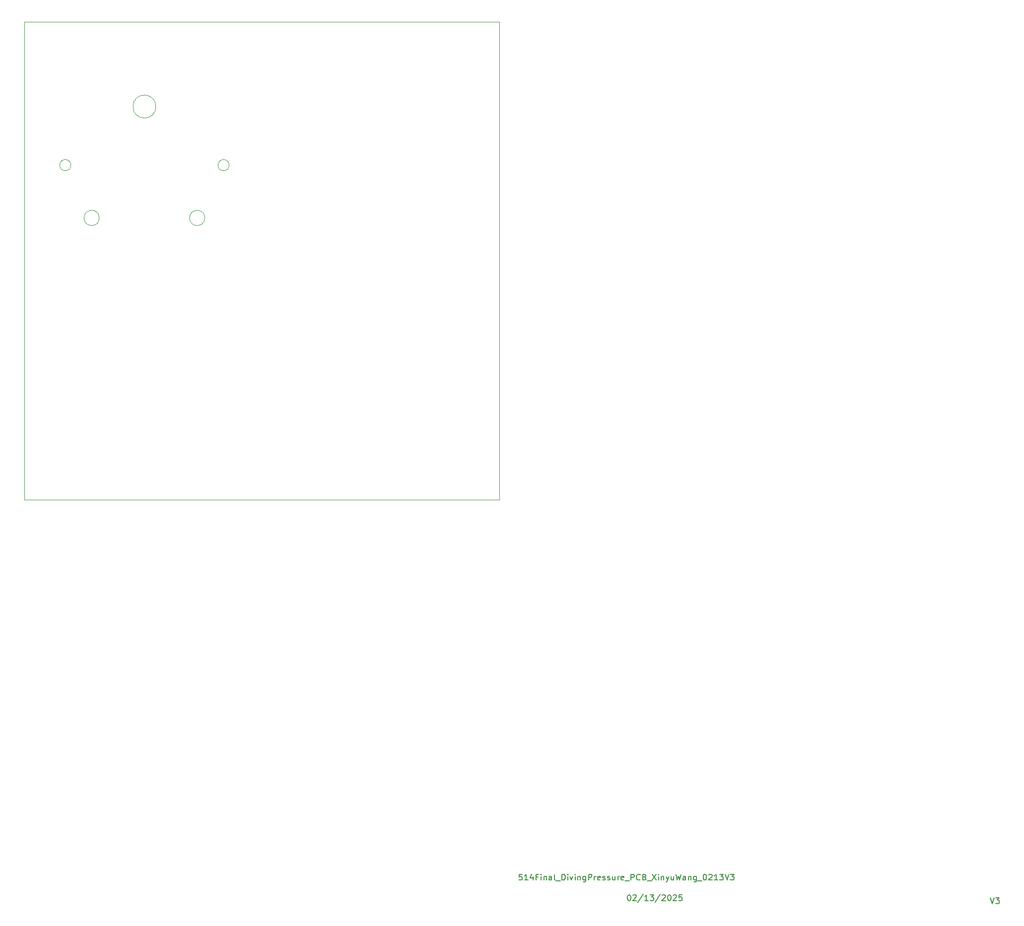
<source format=gbr>
%TF.GenerationSoftware,KiCad,Pcbnew,8.0.7*%
%TF.CreationDate,2025-02-27T15:03:55-08:00*%
%TF.ProjectId,514finalpcbdesign,35313466-696e-4616-9c70-636264657369,rev?*%
%TF.SameCoordinates,Original*%
%TF.FileFunction,Profile,NP*%
%FSLAX46Y46*%
G04 Gerber Fmt 4.6, Leading zero omitted, Abs format (unit mm)*
G04 Created by KiCad (PCBNEW 8.0.7) date 2025-02-27 15:03:55*
%MOMM*%
%LPD*%
G01*
G04 APERTURE LIST*
%TA.AperFunction,Profile*%
%ADD10C,0.050000*%
%TD*%
%ADD11C,0.150000*%
G04 APERTURE END LIST*
D10*
X104451264Y-43451264D02*
X185451264Y-43451264D01*
X185451264Y-124951264D01*
X104451264Y-124951264D01*
X104451264Y-43451264D01*
D11*
X269193922Y-192869819D02*
X269527255Y-193869819D01*
X269527255Y-193869819D02*
X269860588Y-192869819D01*
X270098684Y-192869819D02*
X270717731Y-192869819D01*
X270717731Y-192869819D02*
X270384398Y-193250771D01*
X270384398Y-193250771D02*
X270527255Y-193250771D01*
X270527255Y-193250771D02*
X270622493Y-193298390D01*
X270622493Y-193298390D02*
X270670112Y-193346009D01*
X270670112Y-193346009D02*
X270717731Y-193441247D01*
X270717731Y-193441247D02*
X270717731Y-193679342D01*
X270717731Y-193679342D02*
X270670112Y-193774580D01*
X270670112Y-193774580D02*
X270622493Y-193822200D01*
X270622493Y-193822200D02*
X270527255Y-193869819D01*
X270527255Y-193869819D02*
X270241541Y-193869819D01*
X270241541Y-193869819D02*
X270146303Y-193822200D01*
X270146303Y-193822200D02*
X270098684Y-193774580D01*
X207527255Y-192369819D02*
X207622493Y-192369819D01*
X207622493Y-192369819D02*
X207717731Y-192417438D01*
X207717731Y-192417438D02*
X207765350Y-192465057D01*
X207765350Y-192465057D02*
X207812969Y-192560295D01*
X207812969Y-192560295D02*
X207860588Y-192750771D01*
X207860588Y-192750771D02*
X207860588Y-192988866D01*
X207860588Y-192988866D02*
X207812969Y-193179342D01*
X207812969Y-193179342D02*
X207765350Y-193274580D01*
X207765350Y-193274580D02*
X207717731Y-193322200D01*
X207717731Y-193322200D02*
X207622493Y-193369819D01*
X207622493Y-193369819D02*
X207527255Y-193369819D01*
X207527255Y-193369819D02*
X207432017Y-193322200D01*
X207432017Y-193322200D02*
X207384398Y-193274580D01*
X207384398Y-193274580D02*
X207336779Y-193179342D01*
X207336779Y-193179342D02*
X207289160Y-192988866D01*
X207289160Y-192988866D02*
X207289160Y-192750771D01*
X207289160Y-192750771D02*
X207336779Y-192560295D01*
X207336779Y-192560295D02*
X207384398Y-192465057D01*
X207384398Y-192465057D02*
X207432017Y-192417438D01*
X207432017Y-192417438D02*
X207527255Y-192369819D01*
X208241541Y-192465057D02*
X208289160Y-192417438D01*
X208289160Y-192417438D02*
X208384398Y-192369819D01*
X208384398Y-192369819D02*
X208622493Y-192369819D01*
X208622493Y-192369819D02*
X208717731Y-192417438D01*
X208717731Y-192417438D02*
X208765350Y-192465057D01*
X208765350Y-192465057D02*
X208812969Y-192560295D01*
X208812969Y-192560295D02*
X208812969Y-192655533D01*
X208812969Y-192655533D02*
X208765350Y-192798390D01*
X208765350Y-192798390D02*
X208193922Y-193369819D01*
X208193922Y-193369819D02*
X208812969Y-193369819D01*
X209955826Y-192322200D02*
X209098684Y-193607914D01*
X210812969Y-193369819D02*
X210241541Y-193369819D01*
X210527255Y-193369819D02*
X210527255Y-192369819D01*
X210527255Y-192369819D02*
X210432017Y-192512676D01*
X210432017Y-192512676D02*
X210336779Y-192607914D01*
X210336779Y-192607914D02*
X210241541Y-192655533D01*
X211146303Y-192369819D02*
X211765350Y-192369819D01*
X211765350Y-192369819D02*
X211432017Y-192750771D01*
X211432017Y-192750771D02*
X211574874Y-192750771D01*
X211574874Y-192750771D02*
X211670112Y-192798390D01*
X211670112Y-192798390D02*
X211717731Y-192846009D01*
X211717731Y-192846009D02*
X211765350Y-192941247D01*
X211765350Y-192941247D02*
X211765350Y-193179342D01*
X211765350Y-193179342D02*
X211717731Y-193274580D01*
X211717731Y-193274580D02*
X211670112Y-193322200D01*
X211670112Y-193322200D02*
X211574874Y-193369819D01*
X211574874Y-193369819D02*
X211289160Y-193369819D01*
X211289160Y-193369819D02*
X211193922Y-193322200D01*
X211193922Y-193322200D02*
X211146303Y-193274580D01*
X212908207Y-192322200D02*
X212051065Y-193607914D01*
X213193922Y-192465057D02*
X213241541Y-192417438D01*
X213241541Y-192417438D02*
X213336779Y-192369819D01*
X213336779Y-192369819D02*
X213574874Y-192369819D01*
X213574874Y-192369819D02*
X213670112Y-192417438D01*
X213670112Y-192417438D02*
X213717731Y-192465057D01*
X213717731Y-192465057D02*
X213765350Y-192560295D01*
X213765350Y-192560295D02*
X213765350Y-192655533D01*
X213765350Y-192655533D02*
X213717731Y-192798390D01*
X213717731Y-192798390D02*
X213146303Y-193369819D01*
X213146303Y-193369819D02*
X213765350Y-193369819D01*
X214384398Y-192369819D02*
X214479636Y-192369819D01*
X214479636Y-192369819D02*
X214574874Y-192417438D01*
X214574874Y-192417438D02*
X214622493Y-192465057D01*
X214622493Y-192465057D02*
X214670112Y-192560295D01*
X214670112Y-192560295D02*
X214717731Y-192750771D01*
X214717731Y-192750771D02*
X214717731Y-192988866D01*
X214717731Y-192988866D02*
X214670112Y-193179342D01*
X214670112Y-193179342D02*
X214622493Y-193274580D01*
X214622493Y-193274580D02*
X214574874Y-193322200D01*
X214574874Y-193322200D02*
X214479636Y-193369819D01*
X214479636Y-193369819D02*
X214384398Y-193369819D01*
X214384398Y-193369819D02*
X214289160Y-193322200D01*
X214289160Y-193322200D02*
X214241541Y-193274580D01*
X214241541Y-193274580D02*
X214193922Y-193179342D01*
X214193922Y-193179342D02*
X214146303Y-192988866D01*
X214146303Y-192988866D02*
X214146303Y-192750771D01*
X214146303Y-192750771D02*
X214193922Y-192560295D01*
X214193922Y-192560295D02*
X214241541Y-192465057D01*
X214241541Y-192465057D02*
X214289160Y-192417438D01*
X214289160Y-192417438D02*
X214384398Y-192369819D01*
X215098684Y-192465057D02*
X215146303Y-192417438D01*
X215146303Y-192417438D02*
X215241541Y-192369819D01*
X215241541Y-192369819D02*
X215479636Y-192369819D01*
X215479636Y-192369819D02*
X215574874Y-192417438D01*
X215574874Y-192417438D02*
X215622493Y-192465057D01*
X215622493Y-192465057D02*
X215670112Y-192560295D01*
X215670112Y-192560295D02*
X215670112Y-192655533D01*
X215670112Y-192655533D02*
X215622493Y-192798390D01*
X215622493Y-192798390D02*
X215051065Y-193369819D01*
X215051065Y-193369819D02*
X215670112Y-193369819D01*
X216574874Y-192369819D02*
X216098684Y-192369819D01*
X216098684Y-192369819D02*
X216051065Y-192846009D01*
X216051065Y-192846009D02*
X216098684Y-192798390D01*
X216098684Y-192798390D02*
X216193922Y-192750771D01*
X216193922Y-192750771D02*
X216432017Y-192750771D01*
X216432017Y-192750771D02*
X216527255Y-192798390D01*
X216527255Y-192798390D02*
X216574874Y-192846009D01*
X216574874Y-192846009D02*
X216622493Y-192941247D01*
X216622493Y-192941247D02*
X216622493Y-193179342D01*
X216622493Y-193179342D02*
X216574874Y-193274580D01*
X216574874Y-193274580D02*
X216527255Y-193322200D01*
X216527255Y-193322200D02*
X216432017Y-193369819D01*
X216432017Y-193369819D02*
X216193922Y-193369819D01*
X216193922Y-193369819D02*
X216098684Y-193322200D01*
X216098684Y-193322200D02*
X216051065Y-193274580D01*
X189312969Y-188869819D02*
X188836779Y-188869819D01*
X188836779Y-188869819D02*
X188789160Y-189346009D01*
X188789160Y-189346009D02*
X188836779Y-189298390D01*
X188836779Y-189298390D02*
X188932017Y-189250771D01*
X188932017Y-189250771D02*
X189170112Y-189250771D01*
X189170112Y-189250771D02*
X189265350Y-189298390D01*
X189265350Y-189298390D02*
X189312969Y-189346009D01*
X189312969Y-189346009D02*
X189360588Y-189441247D01*
X189360588Y-189441247D02*
X189360588Y-189679342D01*
X189360588Y-189679342D02*
X189312969Y-189774580D01*
X189312969Y-189774580D02*
X189265350Y-189822200D01*
X189265350Y-189822200D02*
X189170112Y-189869819D01*
X189170112Y-189869819D02*
X188932017Y-189869819D01*
X188932017Y-189869819D02*
X188836779Y-189822200D01*
X188836779Y-189822200D02*
X188789160Y-189774580D01*
X190312969Y-189869819D02*
X189741541Y-189869819D01*
X190027255Y-189869819D02*
X190027255Y-188869819D01*
X190027255Y-188869819D02*
X189932017Y-189012676D01*
X189932017Y-189012676D02*
X189836779Y-189107914D01*
X189836779Y-189107914D02*
X189741541Y-189155533D01*
X191170112Y-189203152D02*
X191170112Y-189869819D01*
X190932017Y-188822200D02*
X190693922Y-189536485D01*
X190693922Y-189536485D02*
X191312969Y-189536485D01*
X192027255Y-189346009D02*
X191693922Y-189346009D01*
X191693922Y-189869819D02*
X191693922Y-188869819D01*
X191693922Y-188869819D02*
X192170112Y-188869819D01*
X192551065Y-189869819D02*
X192551065Y-189203152D01*
X192551065Y-188869819D02*
X192503446Y-188917438D01*
X192503446Y-188917438D02*
X192551065Y-188965057D01*
X192551065Y-188965057D02*
X192598684Y-188917438D01*
X192598684Y-188917438D02*
X192551065Y-188869819D01*
X192551065Y-188869819D02*
X192551065Y-188965057D01*
X193027255Y-189203152D02*
X193027255Y-189869819D01*
X193027255Y-189298390D02*
X193074874Y-189250771D01*
X193074874Y-189250771D02*
X193170112Y-189203152D01*
X193170112Y-189203152D02*
X193312969Y-189203152D01*
X193312969Y-189203152D02*
X193408207Y-189250771D01*
X193408207Y-189250771D02*
X193455826Y-189346009D01*
X193455826Y-189346009D02*
X193455826Y-189869819D01*
X194360588Y-189869819D02*
X194360588Y-189346009D01*
X194360588Y-189346009D02*
X194312969Y-189250771D01*
X194312969Y-189250771D02*
X194217731Y-189203152D01*
X194217731Y-189203152D02*
X194027255Y-189203152D01*
X194027255Y-189203152D02*
X193932017Y-189250771D01*
X194360588Y-189822200D02*
X194265350Y-189869819D01*
X194265350Y-189869819D02*
X194027255Y-189869819D01*
X194027255Y-189869819D02*
X193932017Y-189822200D01*
X193932017Y-189822200D02*
X193884398Y-189726961D01*
X193884398Y-189726961D02*
X193884398Y-189631723D01*
X193884398Y-189631723D02*
X193932017Y-189536485D01*
X193932017Y-189536485D02*
X194027255Y-189488866D01*
X194027255Y-189488866D02*
X194265350Y-189488866D01*
X194265350Y-189488866D02*
X194360588Y-189441247D01*
X194979636Y-189869819D02*
X194884398Y-189822200D01*
X194884398Y-189822200D02*
X194836779Y-189726961D01*
X194836779Y-189726961D02*
X194836779Y-188869819D01*
X195122494Y-189965057D02*
X195884398Y-189965057D01*
X196122494Y-189869819D02*
X196122494Y-188869819D01*
X196122494Y-188869819D02*
X196360589Y-188869819D01*
X196360589Y-188869819D02*
X196503446Y-188917438D01*
X196503446Y-188917438D02*
X196598684Y-189012676D01*
X196598684Y-189012676D02*
X196646303Y-189107914D01*
X196646303Y-189107914D02*
X196693922Y-189298390D01*
X196693922Y-189298390D02*
X196693922Y-189441247D01*
X196693922Y-189441247D02*
X196646303Y-189631723D01*
X196646303Y-189631723D02*
X196598684Y-189726961D01*
X196598684Y-189726961D02*
X196503446Y-189822200D01*
X196503446Y-189822200D02*
X196360589Y-189869819D01*
X196360589Y-189869819D02*
X196122494Y-189869819D01*
X197122494Y-189869819D02*
X197122494Y-189203152D01*
X197122494Y-188869819D02*
X197074875Y-188917438D01*
X197074875Y-188917438D02*
X197122494Y-188965057D01*
X197122494Y-188965057D02*
X197170113Y-188917438D01*
X197170113Y-188917438D02*
X197122494Y-188869819D01*
X197122494Y-188869819D02*
X197122494Y-188965057D01*
X197503446Y-189203152D02*
X197741541Y-189869819D01*
X197741541Y-189869819D02*
X197979636Y-189203152D01*
X198360589Y-189869819D02*
X198360589Y-189203152D01*
X198360589Y-188869819D02*
X198312970Y-188917438D01*
X198312970Y-188917438D02*
X198360589Y-188965057D01*
X198360589Y-188965057D02*
X198408208Y-188917438D01*
X198408208Y-188917438D02*
X198360589Y-188869819D01*
X198360589Y-188869819D02*
X198360589Y-188965057D01*
X198836779Y-189203152D02*
X198836779Y-189869819D01*
X198836779Y-189298390D02*
X198884398Y-189250771D01*
X198884398Y-189250771D02*
X198979636Y-189203152D01*
X198979636Y-189203152D02*
X199122493Y-189203152D01*
X199122493Y-189203152D02*
X199217731Y-189250771D01*
X199217731Y-189250771D02*
X199265350Y-189346009D01*
X199265350Y-189346009D02*
X199265350Y-189869819D01*
X200170112Y-189203152D02*
X200170112Y-190012676D01*
X200170112Y-190012676D02*
X200122493Y-190107914D01*
X200122493Y-190107914D02*
X200074874Y-190155533D01*
X200074874Y-190155533D02*
X199979636Y-190203152D01*
X199979636Y-190203152D02*
X199836779Y-190203152D01*
X199836779Y-190203152D02*
X199741541Y-190155533D01*
X200170112Y-189822200D02*
X200074874Y-189869819D01*
X200074874Y-189869819D02*
X199884398Y-189869819D01*
X199884398Y-189869819D02*
X199789160Y-189822200D01*
X199789160Y-189822200D02*
X199741541Y-189774580D01*
X199741541Y-189774580D02*
X199693922Y-189679342D01*
X199693922Y-189679342D02*
X199693922Y-189393628D01*
X199693922Y-189393628D02*
X199741541Y-189298390D01*
X199741541Y-189298390D02*
X199789160Y-189250771D01*
X199789160Y-189250771D02*
X199884398Y-189203152D01*
X199884398Y-189203152D02*
X200074874Y-189203152D01*
X200074874Y-189203152D02*
X200170112Y-189250771D01*
X200646303Y-189869819D02*
X200646303Y-188869819D01*
X200646303Y-188869819D02*
X201027255Y-188869819D01*
X201027255Y-188869819D02*
X201122493Y-188917438D01*
X201122493Y-188917438D02*
X201170112Y-188965057D01*
X201170112Y-188965057D02*
X201217731Y-189060295D01*
X201217731Y-189060295D02*
X201217731Y-189203152D01*
X201217731Y-189203152D02*
X201170112Y-189298390D01*
X201170112Y-189298390D02*
X201122493Y-189346009D01*
X201122493Y-189346009D02*
X201027255Y-189393628D01*
X201027255Y-189393628D02*
X200646303Y-189393628D01*
X201646303Y-189869819D02*
X201646303Y-189203152D01*
X201646303Y-189393628D02*
X201693922Y-189298390D01*
X201693922Y-189298390D02*
X201741541Y-189250771D01*
X201741541Y-189250771D02*
X201836779Y-189203152D01*
X201836779Y-189203152D02*
X201932017Y-189203152D01*
X202646303Y-189822200D02*
X202551065Y-189869819D01*
X202551065Y-189869819D02*
X202360589Y-189869819D01*
X202360589Y-189869819D02*
X202265351Y-189822200D01*
X202265351Y-189822200D02*
X202217732Y-189726961D01*
X202217732Y-189726961D02*
X202217732Y-189346009D01*
X202217732Y-189346009D02*
X202265351Y-189250771D01*
X202265351Y-189250771D02*
X202360589Y-189203152D01*
X202360589Y-189203152D02*
X202551065Y-189203152D01*
X202551065Y-189203152D02*
X202646303Y-189250771D01*
X202646303Y-189250771D02*
X202693922Y-189346009D01*
X202693922Y-189346009D02*
X202693922Y-189441247D01*
X202693922Y-189441247D02*
X202217732Y-189536485D01*
X203074875Y-189822200D02*
X203170113Y-189869819D01*
X203170113Y-189869819D02*
X203360589Y-189869819D01*
X203360589Y-189869819D02*
X203455827Y-189822200D01*
X203455827Y-189822200D02*
X203503446Y-189726961D01*
X203503446Y-189726961D02*
X203503446Y-189679342D01*
X203503446Y-189679342D02*
X203455827Y-189584104D01*
X203455827Y-189584104D02*
X203360589Y-189536485D01*
X203360589Y-189536485D02*
X203217732Y-189536485D01*
X203217732Y-189536485D02*
X203122494Y-189488866D01*
X203122494Y-189488866D02*
X203074875Y-189393628D01*
X203074875Y-189393628D02*
X203074875Y-189346009D01*
X203074875Y-189346009D02*
X203122494Y-189250771D01*
X203122494Y-189250771D02*
X203217732Y-189203152D01*
X203217732Y-189203152D02*
X203360589Y-189203152D01*
X203360589Y-189203152D02*
X203455827Y-189250771D01*
X203884399Y-189822200D02*
X203979637Y-189869819D01*
X203979637Y-189869819D02*
X204170113Y-189869819D01*
X204170113Y-189869819D02*
X204265351Y-189822200D01*
X204265351Y-189822200D02*
X204312970Y-189726961D01*
X204312970Y-189726961D02*
X204312970Y-189679342D01*
X204312970Y-189679342D02*
X204265351Y-189584104D01*
X204265351Y-189584104D02*
X204170113Y-189536485D01*
X204170113Y-189536485D02*
X204027256Y-189536485D01*
X204027256Y-189536485D02*
X203932018Y-189488866D01*
X203932018Y-189488866D02*
X203884399Y-189393628D01*
X203884399Y-189393628D02*
X203884399Y-189346009D01*
X203884399Y-189346009D02*
X203932018Y-189250771D01*
X203932018Y-189250771D02*
X204027256Y-189203152D01*
X204027256Y-189203152D02*
X204170113Y-189203152D01*
X204170113Y-189203152D02*
X204265351Y-189250771D01*
X205170113Y-189203152D02*
X205170113Y-189869819D01*
X204741542Y-189203152D02*
X204741542Y-189726961D01*
X204741542Y-189726961D02*
X204789161Y-189822200D01*
X204789161Y-189822200D02*
X204884399Y-189869819D01*
X204884399Y-189869819D02*
X205027256Y-189869819D01*
X205027256Y-189869819D02*
X205122494Y-189822200D01*
X205122494Y-189822200D02*
X205170113Y-189774580D01*
X205646304Y-189869819D02*
X205646304Y-189203152D01*
X205646304Y-189393628D02*
X205693923Y-189298390D01*
X205693923Y-189298390D02*
X205741542Y-189250771D01*
X205741542Y-189250771D02*
X205836780Y-189203152D01*
X205836780Y-189203152D02*
X205932018Y-189203152D01*
X206646304Y-189822200D02*
X206551066Y-189869819D01*
X206551066Y-189869819D02*
X206360590Y-189869819D01*
X206360590Y-189869819D02*
X206265352Y-189822200D01*
X206265352Y-189822200D02*
X206217733Y-189726961D01*
X206217733Y-189726961D02*
X206217733Y-189346009D01*
X206217733Y-189346009D02*
X206265352Y-189250771D01*
X206265352Y-189250771D02*
X206360590Y-189203152D01*
X206360590Y-189203152D02*
X206551066Y-189203152D01*
X206551066Y-189203152D02*
X206646304Y-189250771D01*
X206646304Y-189250771D02*
X206693923Y-189346009D01*
X206693923Y-189346009D02*
X206693923Y-189441247D01*
X206693923Y-189441247D02*
X206217733Y-189536485D01*
X206884400Y-189965057D02*
X207646304Y-189965057D01*
X207884400Y-189869819D02*
X207884400Y-188869819D01*
X207884400Y-188869819D02*
X208265352Y-188869819D01*
X208265352Y-188869819D02*
X208360590Y-188917438D01*
X208360590Y-188917438D02*
X208408209Y-188965057D01*
X208408209Y-188965057D02*
X208455828Y-189060295D01*
X208455828Y-189060295D02*
X208455828Y-189203152D01*
X208455828Y-189203152D02*
X208408209Y-189298390D01*
X208408209Y-189298390D02*
X208360590Y-189346009D01*
X208360590Y-189346009D02*
X208265352Y-189393628D01*
X208265352Y-189393628D02*
X207884400Y-189393628D01*
X209455828Y-189774580D02*
X209408209Y-189822200D01*
X209408209Y-189822200D02*
X209265352Y-189869819D01*
X209265352Y-189869819D02*
X209170114Y-189869819D01*
X209170114Y-189869819D02*
X209027257Y-189822200D01*
X209027257Y-189822200D02*
X208932019Y-189726961D01*
X208932019Y-189726961D02*
X208884400Y-189631723D01*
X208884400Y-189631723D02*
X208836781Y-189441247D01*
X208836781Y-189441247D02*
X208836781Y-189298390D01*
X208836781Y-189298390D02*
X208884400Y-189107914D01*
X208884400Y-189107914D02*
X208932019Y-189012676D01*
X208932019Y-189012676D02*
X209027257Y-188917438D01*
X209027257Y-188917438D02*
X209170114Y-188869819D01*
X209170114Y-188869819D02*
X209265352Y-188869819D01*
X209265352Y-188869819D02*
X209408209Y-188917438D01*
X209408209Y-188917438D02*
X209455828Y-188965057D01*
X210217733Y-189346009D02*
X210360590Y-189393628D01*
X210360590Y-189393628D02*
X210408209Y-189441247D01*
X210408209Y-189441247D02*
X210455828Y-189536485D01*
X210455828Y-189536485D02*
X210455828Y-189679342D01*
X210455828Y-189679342D02*
X210408209Y-189774580D01*
X210408209Y-189774580D02*
X210360590Y-189822200D01*
X210360590Y-189822200D02*
X210265352Y-189869819D01*
X210265352Y-189869819D02*
X209884400Y-189869819D01*
X209884400Y-189869819D02*
X209884400Y-188869819D01*
X209884400Y-188869819D02*
X210217733Y-188869819D01*
X210217733Y-188869819D02*
X210312971Y-188917438D01*
X210312971Y-188917438D02*
X210360590Y-188965057D01*
X210360590Y-188965057D02*
X210408209Y-189060295D01*
X210408209Y-189060295D02*
X210408209Y-189155533D01*
X210408209Y-189155533D02*
X210360590Y-189250771D01*
X210360590Y-189250771D02*
X210312971Y-189298390D01*
X210312971Y-189298390D02*
X210217733Y-189346009D01*
X210217733Y-189346009D02*
X209884400Y-189346009D01*
X210646305Y-189965057D02*
X211408209Y-189965057D01*
X211551067Y-188869819D02*
X212217733Y-189869819D01*
X212217733Y-188869819D02*
X211551067Y-189869819D01*
X212598686Y-189869819D02*
X212598686Y-189203152D01*
X212598686Y-188869819D02*
X212551067Y-188917438D01*
X212551067Y-188917438D02*
X212598686Y-188965057D01*
X212598686Y-188965057D02*
X212646305Y-188917438D01*
X212646305Y-188917438D02*
X212598686Y-188869819D01*
X212598686Y-188869819D02*
X212598686Y-188965057D01*
X213074876Y-189203152D02*
X213074876Y-189869819D01*
X213074876Y-189298390D02*
X213122495Y-189250771D01*
X213122495Y-189250771D02*
X213217733Y-189203152D01*
X213217733Y-189203152D02*
X213360590Y-189203152D01*
X213360590Y-189203152D02*
X213455828Y-189250771D01*
X213455828Y-189250771D02*
X213503447Y-189346009D01*
X213503447Y-189346009D02*
X213503447Y-189869819D01*
X213884400Y-189203152D02*
X214122495Y-189869819D01*
X214360590Y-189203152D02*
X214122495Y-189869819D01*
X214122495Y-189869819D02*
X214027257Y-190107914D01*
X214027257Y-190107914D02*
X213979638Y-190155533D01*
X213979638Y-190155533D02*
X213884400Y-190203152D01*
X215170114Y-189203152D02*
X215170114Y-189869819D01*
X214741543Y-189203152D02*
X214741543Y-189726961D01*
X214741543Y-189726961D02*
X214789162Y-189822200D01*
X214789162Y-189822200D02*
X214884400Y-189869819D01*
X214884400Y-189869819D02*
X215027257Y-189869819D01*
X215027257Y-189869819D02*
X215122495Y-189822200D01*
X215122495Y-189822200D02*
X215170114Y-189774580D01*
X215551067Y-188869819D02*
X215789162Y-189869819D01*
X215789162Y-189869819D02*
X215979638Y-189155533D01*
X215979638Y-189155533D02*
X216170114Y-189869819D01*
X216170114Y-189869819D02*
X216408210Y-188869819D01*
X217217733Y-189869819D02*
X217217733Y-189346009D01*
X217217733Y-189346009D02*
X217170114Y-189250771D01*
X217170114Y-189250771D02*
X217074876Y-189203152D01*
X217074876Y-189203152D02*
X216884400Y-189203152D01*
X216884400Y-189203152D02*
X216789162Y-189250771D01*
X217217733Y-189822200D02*
X217122495Y-189869819D01*
X217122495Y-189869819D02*
X216884400Y-189869819D01*
X216884400Y-189869819D02*
X216789162Y-189822200D01*
X216789162Y-189822200D02*
X216741543Y-189726961D01*
X216741543Y-189726961D02*
X216741543Y-189631723D01*
X216741543Y-189631723D02*
X216789162Y-189536485D01*
X216789162Y-189536485D02*
X216884400Y-189488866D01*
X216884400Y-189488866D02*
X217122495Y-189488866D01*
X217122495Y-189488866D02*
X217217733Y-189441247D01*
X217693924Y-189203152D02*
X217693924Y-189869819D01*
X217693924Y-189298390D02*
X217741543Y-189250771D01*
X217741543Y-189250771D02*
X217836781Y-189203152D01*
X217836781Y-189203152D02*
X217979638Y-189203152D01*
X217979638Y-189203152D02*
X218074876Y-189250771D01*
X218074876Y-189250771D02*
X218122495Y-189346009D01*
X218122495Y-189346009D02*
X218122495Y-189869819D01*
X219027257Y-189203152D02*
X219027257Y-190012676D01*
X219027257Y-190012676D02*
X218979638Y-190107914D01*
X218979638Y-190107914D02*
X218932019Y-190155533D01*
X218932019Y-190155533D02*
X218836781Y-190203152D01*
X218836781Y-190203152D02*
X218693924Y-190203152D01*
X218693924Y-190203152D02*
X218598686Y-190155533D01*
X219027257Y-189822200D02*
X218932019Y-189869819D01*
X218932019Y-189869819D02*
X218741543Y-189869819D01*
X218741543Y-189869819D02*
X218646305Y-189822200D01*
X218646305Y-189822200D02*
X218598686Y-189774580D01*
X218598686Y-189774580D02*
X218551067Y-189679342D01*
X218551067Y-189679342D02*
X218551067Y-189393628D01*
X218551067Y-189393628D02*
X218598686Y-189298390D01*
X218598686Y-189298390D02*
X218646305Y-189250771D01*
X218646305Y-189250771D02*
X218741543Y-189203152D01*
X218741543Y-189203152D02*
X218932019Y-189203152D01*
X218932019Y-189203152D02*
X219027257Y-189250771D01*
X219265353Y-189965057D02*
X220027257Y-189965057D01*
X220455829Y-188869819D02*
X220551067Y-188869819D01*
X220551067Y-188869819D02*
X220646305Y-188917438D01*
X220646305Y-188917438D02*
X220693924Y-188965057D01*
X220693924Y-188965057D02*
X220741543Y-189060295D01*
X220741543Y-189060295D02*
X220789162Y-189250771D01*
X220789162Y-189250771D02*
X220789162Y-189488866D01*
X220789162Y-189488866D02*
X220741543Y-189679342D01*
X220741543Y-189679342D02*
X220693924Y-189774580D01*
X220693924Y-189774580D02*
X220646305Y-189822200D01*
X220646305Y-189822200D02*
X220551067Y-189869819D01*
X220551067Y-189869819D02*
X220455829Y-189869819D01*
X220455829Y-189869819D02*
X220360591Y-189822200D01*
X220360591Y-189822200D02*
X220312972Y-189774580D01*
X220312972Y-189774580D02*
X220265353Y-189679342D01*
X220265353Y-189679342D02*
X220217734Y-189488866D01*
X220217734Y-189488866D02*
X220217734Y-189250771D01*
X220217734Y-189250771D02*
X220265353Y-189060295D01*
X220265353Y-189060295D02*
X220312972Y-188965057D01*
X220312972Y-188965057D02*
X220360591Y-188917438D01*
X220360591Y-188917438D02*
X220455829Y-188869819D01*
X221170115Y-188965057D02*
X221217734Y-188917438D01*
X221217734Y-188917438D02*
X221312972Y-188869819D01*
X221312972Y-188869819D02*
X221551067Y-188869819D01*
X221551067Y-188869819D02*
X221646305Y-188917438D01*
X221646305Y-188917438D02*
X221693924Y-188965057D01*
X221693924Y-188965057D02*
X221741543Y-189060295D01*
X221741543Y-189060295D02*
X221741543Y-189155533D01*
X221741543Y-189155533D02*
X221693924Y-189298390D01*
X221693924Y-189298390D02*
X221122496Y-189869819D01*
X221122496Y-189869819D02*
X221741543Y-189869819D01*
X222693924Y-189869819D02*
X222122496Y-189869819D01*
X222408210Y-189869819D02*
X222408210Y-188869819D01*
X222408210Y-188869819D02*
X222312972Y-189012676D01*
X222312972Y-189012676D02*
X222217734Y-189107914D01*
X222217734Y-189107914D02*
X222122496Y-189155533D01*
X223027258Y-188869819D02*
X223646305Y-188869819D01*
X223646305Y-188869819D02*
X223312972Y-189250771D01*
X223312972Y-189250771D02*
X223455829Y-189250771D01*
X223455829Y-189250771D02*
X223551067Y-189298390D01*
X223551067Y-189298390D02*
X223598686Y-189346009D01*
X223598686Y-189346009D02*
X223646305Y-189441247D01*
X223646305Y-189441247D02*
X223646305Y-189679342D01*
X223646305Y-189679342D02*
X223598686Y-189774580D01*
X223598686Y-189774580D02*
X223551067Y-189822200D01*
X223551067Y-189822200D02*
X223455829Y-189869819D01*
X223455829Y-189869819D02*
X223170115Y-189869819D01*
X223170115Y-189869819D02*
X223074877Y-189822200D01*
X223074877Y-189822200D02*
X223027258Y-189774580D01*
X223932020Y-188869819D02*
X224265353Y-189869819D01*
X224265353Y-189869819D02*
X224598686Y-188869819D01*
X224836782Y-188869819D02*
X225455829Y-188869819D01*
X225455829Y-188869819D02*
X225122496Y-189250771D01*
X225122496Y-189250771D02*
X225265353Y-189250771D01*
X225265353Y-189250771D02*
X225360591Y-189298390D01*
X225360591Y-189298390D02*
X225408210Y-189346009D01*
X225408210Y-189346009D02*
X225455829Y-189441247D01*
X225455829Y-189441247D02*
X225455829Y-189679342D01*
X225455829Y-189679342D02*
X225408210Y-189774580D01*
X225408210Y-189774580D02*
X225360591Y-189822200D01*
X225360591Y-189822200D02*
X225265353Y-189869819D01*
X225265353Y-189869819D02*
X224979639Y-189869819D01*
X224979639Y-189869819D02*
X224884401Y-189822200D01*
X224884401Y-189822200D02*
X224836782Y-189774580D01*
D10*
%TO.C,M3*%
X112352527Y-67902527D02*
G75*
G02*
X110452527Y-67902527I-950000J0D01*
G01*
X110452527Y-67902527D02*
G75*
G02*
X112352527Y-67902527I950000J0D01*
G01*
X117202527Y-76902527D02*
G75*
G02*
X114602527Y-76902527I-1300000J0D01*
G01*
X114602527Y-76902527D02*
G75*
G02*
X117202527Y-76902527I1300000J0D01*
G01*
X126852527Y-57902527D02*
G75*
G02*
X122952527Y-57902527I-1950000J0D01*
G01*
X122952527Y-57902527D02*
G75*
G02*
X126852527Y-57902527I1950000J0D01*
G01*
X135202527Y-76902527D02*
G75*
G02*
X132602527Y-76902527I-1300000J0D01*
G01*
X132602527Y-76902527D02*
G75*
G02*
X135202527Y-76902527I1300000J0D01*
G01*
X139352527Y-67902527D02*
G75*
G02*
X137452527Y-67902527I-950000J0D01*
G01*
X137452527Y-67902527D02*
G75*
G02*
X139352527Y-67902527I950000J0D01*
G01*
%TD*%
M02*

</source>
